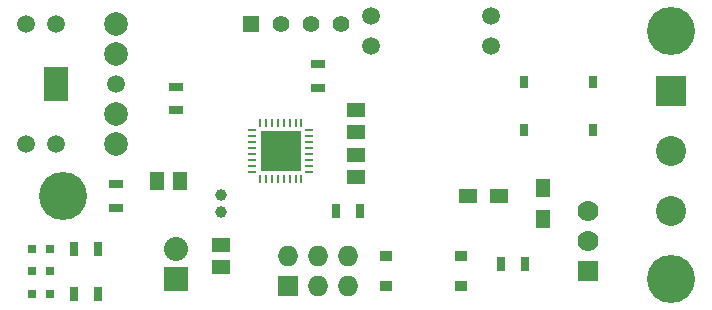
<source format=gts>
%FSLAX34Y34*%
G04 Gerber Fmt 3.4, Leading zero omitted, Abs format*
G04 (created by PCBNEW (2014-jan-25)-product) date Thu 28 May 2015 05:52:09 PM EDT*
%MOIN*%
G01*
G70*
G90*
G04 APERTURE LIST*
%ADD10C,0.005906*%
%ADD11R,0.059000X0.051200*%
%ADD12R,0.051200X0.059000*%
%ADD13R,0.031400X0.031400*%
%ADD14R,0.027559X0.039370*%
%ADD15R,0.100000X0.100000*%
%ADD16C,0.100000*%
%ADD17R,0.078740X0.118110*%
%ADD18C,0.078740*%
%ADD19C,0.059055*%
%ADD20R,0.055000X0.055000*%
%ADD21C,0.055000*%
%ADD22R,0.068000X0.068000*%
%ADD23O,0.068000X0.068000*%
%ADD24R,0.047200X0.031500*%
%ADD25R,0.031500X0.047200*%
%ADD26R,0.047200X0.059100*%
%ADD27R,0.059100X0.047200*%
%ADD28R,0.044882X0.035827*%
%ADD29C,0.070000*%
%ADD30R,0.070000X0.070000*%
%ADD31C,0.039400*%
%ADD32R,0.080000X0.080000*%
%ADD33O,0.080000X0.080000*%
%ADD34R,0.027559X0.009843*%
%ADD35R,0.009843X0.027559*%
%ADD36R,0.067913X0.067913*%
%ADD37C,0.160000*%
G04 APERTURE END LIST*
G54D10*
G54D11*
X44250Y-59125D03*
X44250Y-58375D03*
X44250Y-56875D03*
X44250Y-57625D03*
G54D12*
X37625Y-59250D03*
X38375Y-59250D03*
G54D11*
X39750Y-62125D03*
X39750Y-61375D03*
G54D13*
X34045Y-61500D03*
X33455Y-61500D03*
X34045Y-62250D03*
X33455Y-62250D03*
G54D14*
X49858Y-57537D03*
X49858Y-55962D03*
X52141Y-57537D03*
X52141Y-55962D03*
G54D13*
X34045Y-63000D03*
X33455Y-63000D03*
G54D15*
X54750Y-56250D03*
G54D16*
X54750Y-58250D03*
X54750Y-60250D03*
G54D17*
X34250Y-56000D03*
G54D18*
X36250Y-55000D03*
X36250Y-54000D03*
X36250Y-57000D03*
X36250Y-58000D03*
G54D19*
X33250Y-54000D03*
X33250Y-58000D03*
X34250Y-58000D03*
X34250Y-54000D03*
X36250Y-56000D03*
G54D20*
X40750Y-54000D03*
G54D21*
X41750Y-54000D03*
X42750Y-54000D03*
X43750Y-54000D03*
G54D22*
X42000Y-62750D03*
G54D23*
X43000Y-62750D03*
X44000Y-62750D03*
X44000Y-61750D03*
X43000Y-61750D03*
X42000Y-61750D03*
G54D24*
X43000Y-55356D03*
X43000Y-56144D03*
X38250Y-56894D03*
X38250Y-56106D03*
G54D25*
X44394Y-60250D03*
X43606Y-60250D03*
G54D24*
X36250Y-60144D03*
X36250Y-59356D03*
G54D25*
X34856Y-61500D03*
X35644Y-61500D03*
G54D26*
X50500Y-60512D03*
X50500Y-59488D03*
G54D27*
X47988Y-59750D03*
X49012Y-59750D03*
G54D25*
X49106Y-62000D03*
X49894Y-62000D03*
X35644Y-63000D03*
X34856Y-63000D03*
G54D28*
X45250Y-61750D03*
X45250Y-62750D03*
X47750Y-61750D03*
X47750Y-62750D03*
G54D29*
X52000Y-60250D03*
X52000Y-61250D03*
G54D30*
X52000Y-62250D03*
G54D19*
X48750Y-53750D03*
X48750Y-54750D03*
X44750Y-54750D03*
X44750Y-53750D03*
G54D31*
X39750Y-59705D03*
X39750Y-60295D03*
G54D32*
X38250Y-62500D03*
G54D33*
X38250Y-61500D03*
G54D34*
X40805Y-57561D03*
X40805Y-57757D03*
X40805Y-57954D03*
X40805Y-58151D03*
X40805Y-58348D03*
X40805Y-58545D03*
X40805Y-58742D03*
X40805Y-58938D03*
G54D35*
X41061Y-59194D03*
X41257Y-59194D03*
X41454Y-59194D03*
X41651Y-59194D03*
X41848Y-59194D03*
X42045Y-59194D03*
X42242Y-59194D03*
X42438Y-59194D03*
G54D34*
X42694Y-58938D03*
X42694Y-58742D03*
X42694Y-58545D03*
X42694Y-58348D03*
X42694Y-58151D03*
X42694Y-57954D03*
X42694Y-57757D03*
X42694Y-57561D03*
G54D35*
X42438Y-57305D03*
X42242Y-57305D03*
X42045Y-57305D03*
X41848Y-57305D03*
X41651Y-57305D03*
X41454Y-57305D03*
X41257Y-57305D03*
X41061Y-57305D03*
G54D36*
X42089Y-58589D03*
X42089Y-57910D03*
X41410Y-58589D03*
X41410Y-57910D03*
G54D37*
X34500Y-59750D03*
X54750Y-62500D03*
X54750Y-54250D03*
M02*

</source>
